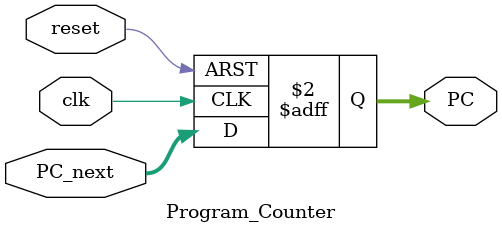
<source format=v>
module Program_Counter(
    input wire clk,
    input wire reset,
    input wire [31:0] PC_next,
    output reg [31:0] PC
    );
    
    
   always @(posedge clk or posedge reset)
    begin
        if (reset)
        begin
            PC <= 0;
        end
        else
        begin
            PC <= PC_next;
        end
    end

endmodule

</source>
